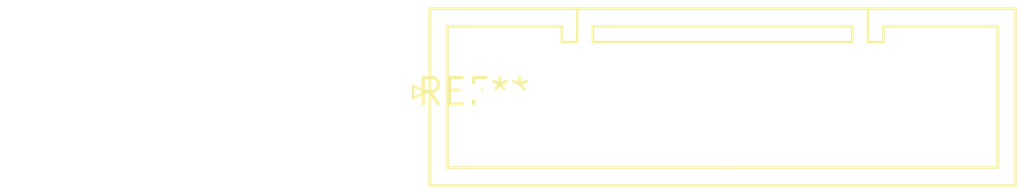
<source format=kicad_pcb>
(kicad_pcb (version 20240108) (generator pcbnew)
  (layers (0 "F.Cu" signal) (31 "B.Cu" signal) (34 "B.Paste" user) (35 "F.Paste" user) (36 "B.SilkS" user "B.Silkscreen") (37 "F.SilkS" user "F.Silkscreen") (38 "B.Mask" user) (39 "F.Mask" user) (44 "Edge.Cuts" user))
  (net 0 "")
  (footprint "JST_PUD_B26B-PUDSS_2x13_P2.00mm_Vertical" (layer "F.Cu") (at 0 0)
    (property "Reference" "REF**")
    (property "Value" "JST_PUD_B26B-PUDSS_2x13_P2.00mm_Vertical")
    (fp_line (start -2.91 -0.3) (end -2.31 0) (layer "F.SilkS") (stroke (width 0.12)))
    (fp_line (start -2.91 0.3) (end -2.91 -0.3) (layer "F.SilkS") (stroke (width 0.12)))
    (fp_line (start -2.31 0) (end -2.91 0.3) (layer "F.SilkS") (stroke (width 0.12)))
    (fp_line (start -2.11 -4.01) (end -2.11 4.51) (layer "F.SilkS") (stroke (width 0.12)))
    (fp_line (start -2.11 4.51) (end 26.11 4.51) (layer "F.SilkS") (stroke (width 0.12)))
    (fp_line (start -1.25 -3.15) (end -1.25 3.65) (layer "F.SilkS") (stroke (width 0.12)))
    (fp_line (start -1.25 3.65) (end 12 3.65) (layer "F.SilkS") (stroke (width 0.12)))
    (fp_line (start 4.25 -3.15) (end -1.25 -3.15) (layer "F.SilkS") (stroke (width 0.12)))
    (fp_line (start 4.25 -2.4) (end 4.25 -3.15) (layer "F.SilkS") (stroke (width 0.12)))
    (fp_line (start 5 -4.01) (end 5 -2.4) (layer "F.SilkS") (stroke (width 0.12)))
    (fp_line (start 5 -2.4) (end 4.25 -2.4) (layer "F.SilkS") (stroke (width 0.12)))
    (fp_line (start 5.75 -3.15) (end 5.75 -2.4) (layer "F.SilkS") (stroke (width 0.12)))
    (fp_line (start 5.75 -2.4) (end 18.25 -2.4) (layer "F.SilkS") (stroke (width 0.12)))
    (fp_line (start 18.25 -3.15) (end 5.75 -3.15) (layer "F.SilkS") (stroke (width 0.12)))
    (fp_line (start 18.25 -2.4) (end 18.25 -3.15) (layer "F.SilkS") (stroke (width 0.12)))
    (fp_line (start 19 -4.01) (end 19 -2.4) (layer "F.SilkS") (stroke (width 0.12)))
    (fp_line (start 19 -2.4) (end 19.75 -2.4) (layer "F.SilkS") (stroke (width 0.12)))
    (fp_line (start 19.75 -3.15) (end 25.25 -3.15) (layer "F.SilkS") (stroke (width 0.12)))
    (fp_line (start 19.75 -2.4) (end 19.75 -3.15) (layer "F.SilkS") (stroke (width 0.12)))
    (fp_line (start 25.25 -3.15) (end 25.25 3.65) (layer "F.SilkS") (stroke (width 0.12)))
    (fp_line (start 25.25 3.65) (end 12 3.65) (layer "F.SilkS") (stroke (width 0.12)))
    (fp_line (start 26.11 -4.01) (end -2.11 -4.01) (layer "F.SilkS") (stroke (width 0.12)))
    (fp_line (start 26.11 4.51) (end 26.11 -4.01) (layer "F.SilkS") (stroke (width 0.12)))
    (pad "1" thru_hole roundrect (at 0 0) (size 1.2 1.2) (drill 0.75) (layers *.Cu *.Mask) (remove_unused_layers) (roundrect_rratio 0.208333))
    (pad "2" thru_hole circle (at 0 2) (size 1.2 1.2) (drill 0.75) (layers *.Cu *.Mask) (remove_unused_layers))
    (pad "3" thru_hole circle (at 2 0) (size 1.2 1.2) (drill 0.75) (layers *.Cu *.Mask) (remove_unused_layers))
    (pad "4" thru_hole circle (at 2 2) (size 1.2 1.2) (drill 0.75) (layers *.Cu *.Mask) (remove_unused_layers))
    (pad "5" thru_hole circle (at 4 0) (size 1.2 1.2) (drill 0.75) (layers *.Cu *.Mask) (remove_unused_layers))
    (pad "6" thru_hole circle (at 4 2) (size 1.2 1.2) (drill 0.75) (layers *.Cu *.Mask) (remove_unused_layers))
    (pad "7" thru_hole circle (at 6 0) (size 1.2 1.2) (drill 0.75) (layers *.Cu *.Mask) (remove_unused_layers))
    (pad "8" thru_hole circle (at 6 2) (size 1.2 1.2) (drill 0.75) (layers *.Cu *.Mask) (remove_unused_layers))
    (pad "9" thru_hole circle (at 8 0) (size 1.2 1.2) (drill 0.75) (layers *.Cu *.Mask) (remove_unused_layers))
    (pad "10" thru_hole circle (at 8 2) (size 1.2 1.2) (drill 0.75) (layers *.Cu *.Mask) (remove_unused_layers))
    (pad "11" thru_hole circle (at 10 0) (size 1.2 1.2) (drill 0.75) (layers *.Cu *.Mask) (remove_unused_layers))
    (pad "12" thru_hole circle (at 10 2) (size 1.2 1.2) (drill 0.75) (layers *.Cu *.Mask) (remove_unused_layers))
    (pad "13" thru_hole circle (at 12 0) (size 1.2 1.2) (drill 0.75) (layers *.Cu *.Mask) (remove_unused_layers))
    (pad "14" thru_hole circle (at 12 2) (size 1.2 1.2) (drill 0.75) (layers *.Cu *.Mask) (remove_unused_layers))
    (pad "15" thru_hole circle (at 14 0) (size 1.2 1.2) (drill 0.75) (layers *.Cu *.Mask) (remove_unused_layers))
    (pad "16" thru_hole circle (at 14 2) (size 1.2 1.2) (drill 0.75) (layers *.Cu *.Mask) (remove_unused_layers))
    (pad "17" thru_hole circle (at 16 0) (size 1.2 1.2) (drill 0.75) (layers *.Cu *.Mask) (remove_unused_layers))
    (pad "18" thru_hole circle (at 16 2) (size 1.2 1.2) (drill 0.75) (layers *.Cu *.Mask) (remove_unused_layers))
    (pad "19" thru_hole circle (at 18 0) (size 1.2 1.2) (drill 0.75) (layers *.Cu *.Mask) (remove_unused_layers))
    (pad "20" thru_hole circle (at 18 2) (size 1.2 1.2) (drill 0.75) (layers *.Cu *.Mask) (remove_unused_layers))
    (pad "21" thru_hole circle (at 20 0) (size 1.2 1.2) (drill 0.75) (layers *.Cu *.Mask) (remove_unused_layers))
    (pad "22" thru_hole circle (at 20 2) (size 1.2 1.2) (drill 0.75) (layers *.Cu *.Mask) (remove_unused_layers))
    (pad "23" thru_hole circle (at 22 0) (size 1.2 1.2) (drill 0.75) (layers *.Cu *.Mask) (remove_unused_layers))
    (pad "24" thru_hole circle (at 22 2) (size 1.2 1.2) (drill 0.75) (layers *.Cu *.Mask) (remove_unused_layers))
    (pad "25" thru_hole circle (at 24 0) (size 1.2 1.2) (drill 0.75) (layers *.Cu *.Mask) (remove_unused_layers))
    (pad "26" thru_hole circle (at 24 2) (size 1.2 1.2) (drill 0.75) (layers *.Cu *.Mask) (remove_unused_layers))
  )
)
</source>
